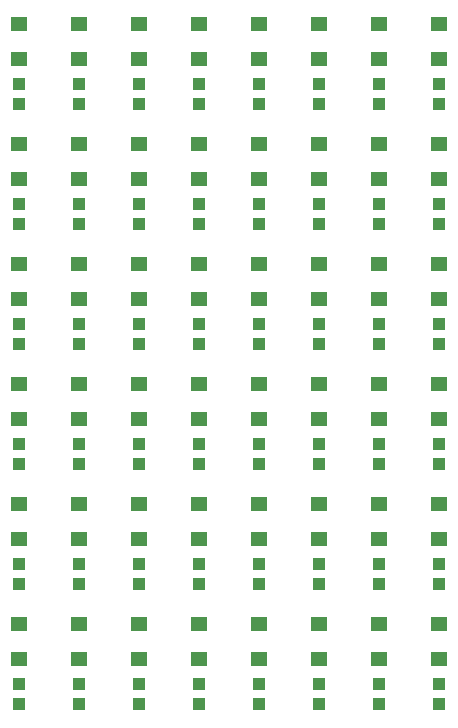
<source format=gtp>
G75*
%MOIN*%
%OFA0B0*%
%FSLAX25Y25*%
%IPPOS*%
%LPD*%
%AMOC8*
5,1,8,0,0,1.08239X$1,22.5*
%
%ADD10R,0.05512X0.04724*%
%ADD11R,0.03937X0.04331*%
D10*
X0210833Y0112428D03*
X0210833Y0124239D03*
X0230833Y0124239D03*
X0230833Y0112428D03*
X0250833Y0112428D03*
X0250833Y0124239D03*
X0270833Y0124239D03*
X0270833Y0112428D03*
X0290833Y0112428D03*
X0290833Y0124239D03*
X0310833Y0124239D03*
X0310833Y0112428D03*
X0330833Y0112428D03*
X0330833Y0124239D03*
X0350833Y0124239D03*
X0350833Y0112428D03*
X0350833Y0152428D03*
X0350833Y0164239D03*
X0330833Y0164239D03*
X0330833Y0152428D03*
X0310833Y0152428D03*
X0310833Y0164239D03*
X0290833Y0164239D03*
X0290833Y0152428D03*
X0270833Y0152428D03*
X0270833Y0164239D03*
X0250833Y0164239D03*
X0250833Y0152428D03*
X0230833Y0152428D03*
X0230833Y0164239D03*
X0210833Y0164239D03*
X0210833Y0152428D03*
X0210833Y0192428D03*
X0210833Y0204239D03*
X0230833Y0204239D03*
X0230833Y0192428D03*
X0250833Y0192428D03*
X0250833Y0204239D03*
X0270833Y0204239D03*
X0270833Y0192428D03*
X0290833Y0192428D03*
X0290833Y0204239D03*
X0310833Y0204239D03*
X0310833Y0192428D03*
X0330833Y0192428D03*
X0330833Y0204239D03*
X0350833Y0204239D03*
X0350833Y0192428D03*
X0350833Y0232428D03*
X0350833Y0244239D03*
X0330833Y0244239D03*
X0330833Y0232428D03*
X0310833Y0232428D03*
X0310833Y0244239D03*
X0290833Y0244239D03*
X0290833Y0232428D03*
X0270833Y0232428D03*
X0270833Y0244239D03*
X0250833Y0244239D03*
X0250833Y0232428D03*
X0230833Y0232428D03*
X0230833Y0244239D03*
X0210833Y0244239D03*
X0210833Y0232428D03*
X0210833Y0272428D03*
X0210833Y0284239D03*
X0230833Y0284239D03*
X0230833Y0272428D03*
X0250833Y0272428D03*
X0250833Y0284239D03*
X0270833Y0284239D03*
X0270833Y0272428D03*
X0290833Y0272428D03*
X0290833Y0284239D03*
X0310833Y0284239D03*
X0310833Y0272428D03*
X0330833Y0272428D03*
X0330833Y0284239D03*
X0350833Y0284239D03*
X0350833Y0272428D03*
X0350833Y0312428D03*
X0350833Y0324239D03*
X0330833Y0324239D03*
X0330833Y0312428D03*
X0310833Y0312428D03*
X0310833Y0324239D03*
X0290833Y0324239D03*
X0290833Y0312428D03*
X0270833Y0312428D03*
X0270833Y0324239D03*
X0250833Y0324239D03*
X0250833Y0312428D03*
X0230833Y0312428D03*
X0230833Y0324239D03*
X0210833Y0324239D03*
X0210833Y0312428D03*
D11*
X0210833Y0097487D03*
X0210833Y0104180D03*
X0230833Y0104180D03*
X0230833Y0097487D03*
X0250833Y0097487D03*
X0250833Y0104180D03*
X0270833Y0104180D03*
X0270833Y0097487D03*
X0290833Y0097487D03*
X0290833Y0104180D03*
X0310833Y0104180D03*
X0310833Y0097487D03*
X0330833Y0097487D03*
X0330833Y0104180D03*
X0350833Y0104180D03*
X0350833Y0097487D03*
X0350833Y0137487D03*
X0350833Y0144180D03*
X0330833Y0144180D03*
X0330833Y0137487D03*
X0310833Y0137487D03*
X0310833Y0144180D03*
X0290833Y0144180D03*
X0290833Y0137487D03*
X0270833Y0137487D03*
X0270833Y0144180D03*
X0250833Y0144180D03*
X0250833Y0137487D03*
X0230833Y0137487D03*
X0230833Y0144180D03*
X0210833Y0144180D03*
X0210833Y0137487D03*
X0210833Y0177487D03*
X0210833Y0184180D03*
X0230833Y0184180D03*
X0230833Y0177487D03*
X0250833Y0177487D03*
X0250833Y0184180D03*
X0270833Y0184180D03*
X0270833Y0177487D03*
X0290833Y0177487D03*
X0290833Y0184180D03*
X0310833Y0184180D03*
X0310833Y0177487D03*
X0330833Y0177487D03*
X0330833Y0184180D03*
X0350833Y0184180D03*
X0350833Y0177487D03*
X0350833Y0217487D03*
X0350833Y0224180D03*
X0330833Y0224180D03*
X0330833Y0217487D03*
X0310833Y0217487D03*
X0310833Y0224180D03*
X0290833Y0224180D03*
X0290833Y0217487D03*
X0270833Y0217487D03*
X0270833Y0224180D03*
X0250833Y0224180D03*
X0250833Y0217487D03*
X0230833Y0217487D03*
X0230833Y0224180D03*
X0210833Y0224180D03*
X0210833Y0217487D03*
X0210833Y0257487D03*
X0210833Y0264180D03*
X0230833Y0264180D03*
X0230833Y0257487D03*
X0250833Y0257487D03*
X0250833Y0264180D03*
X0270833Y0264180D03*
X0270833Y0257487D03*
X0290833Y0257487D03*
X0290833Y0264180D03*
X0310833Y0264180D03*
X0310833Y0257487D03*
X0330833Y0257487D03*
X0330833Y0264180D03*
X0350833Y0264180D03*
X0350833Y0257487D03*
X0350833Y0297487D03*
X0350833Y0304180D03*
X0330833Y0304180D03*
X0330833Y0297487D03*
X0310833Y0297487D03*
X0310833Y0304180D03*
X0290833Y0304180D03*
X0290833Y0297487D03*
X0270833Y0297487D03*
X0270833Y0304180D03*
X0250833Y0304180D03*
X0250833Y0297487D03*
X0230833Y0297487D03*
X0230833Y0304180D03*
X0210833Y0304180D03*
X0210833Y0297487D03*
M02*

</source>
